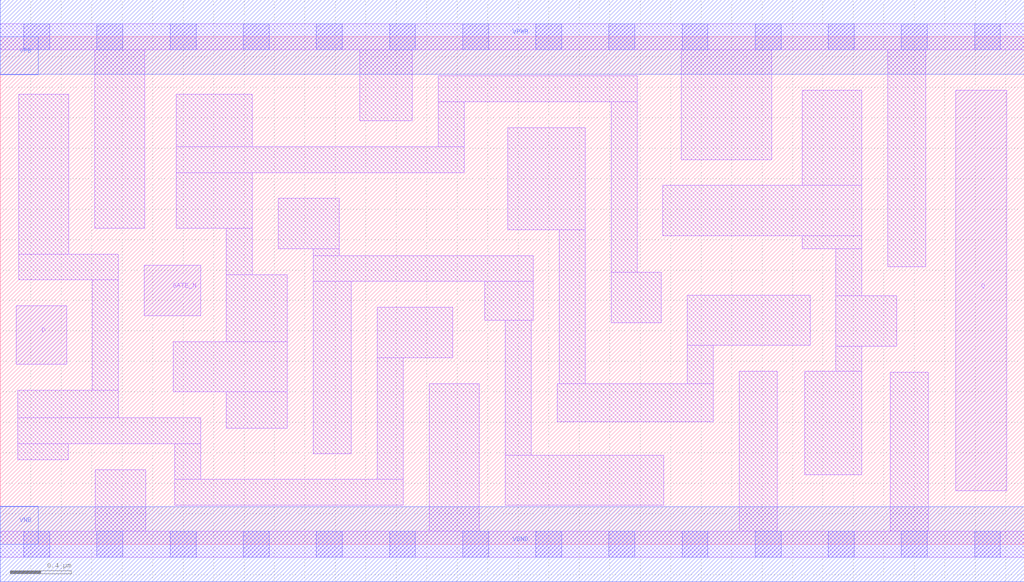
<source format=lef>
# Copyright 2020 The SkyWater PDK Authors
#
# Licensed under the Apache License, Version 2.0 (the "License");
# you may not use this file except in compliance with the License.
# You may obtain a copy of the License at
#
#     https://www.apache.org/licenses/LICENSE-2.0
#
# Unless required by applicable law or agreed to in writing, software
# distributed under the License is distributed on an "AS IS" BASIS,
# WITHOUT WARRANTIES OR CONDITIONS OF ANY KIND, either express or implied.
# See the License for the specific language governing permissions and
# limitations under the License.
#
# SPDX-License-Identifier: Apache-2.0

VERSION 5.5 ;
NAMESCASESENSITIVE ON ;
BUSBITCHARS "[]" ;
DIVIDERCHAR "/" ;
MACRO sky130_fd_sc_hs__dlxtn_1
  CLASS CORE ;
  SOURCE USER ;
  ORIGIN  0.000000  0.000000 ;
  SIZE  6.720000 BY  3.330000 ;
  SYMMETRY X Y ;
  SITE unit ;
  PIN D
    ANTENNAGATEAREA  0.208000 ;
    DIRECTION INPUT ;
    USE SIGNAL ;
    PORT
      LAYER li1 ;
        RECT 0.105000 1.180000 0.435000 1.565000 ;
    END
  END D
  PIN Q
    ANTENNADIFFAREA  0.545000 ;
    DIRECTION OUTPUT ;
    USE SIGNAL ;
    PORT
      LAYER li1 ;
        RECT 6.270000 0.350000 6.605000 2.980000 ;
    END
  END Q
  PIN GATE_N
    ANTENNAGATEAREA  0.237000 ;
    DIRECTION INPUT ;
    USE CLOCK ;
    PORT
      LAYER li1 ;
        RECT 0.945000 1.500000 1.315000 1.830000 ;
    END
  END GATE_N
  PIN VGND
    DIRECTION INOUT ;
    USE GROUND ;
    PORT
      LAYER met1 ;
        RECT 0.000000 -0.245000 6.720000 0.245000 ;
    END
  END VGND
  PIN VNB
    DIRECTION INOUT ;
    USE GROUND ;
    PORT
      LAYER met1 ;
        RECT 0.000000 0.000000 0.250000 0.250000 ;
    END
  END VNB
  PIN VPB
    DIRECTION INOUT ;
    USE POWER ;
    PORT
      LAYER met1 ;
        RECT 0.000000 3.080000 0.250000 3.330000 ;
    END
  END VPB
  PIN VPWR
    DIRECTION INOUT ;
    USE POWER ;
    PORT
      LAYER met1 ;
        RECT 0.000000 3.085000 6.720000 3.575000 ;
    END
  END VPWR
  OBS
    LAYER li1 ;
      RECT 0.000000 -0.085000 6.720000 0.085000 ;
      RECT 0.000000  3.245000 6.720000 3.415000 ;
      RECT 0.115000  0.555000 0.445000 0.660000 ;
      RECT 0.115000  0.660000 1.315000 0.830000 ;
      RECT 0.115000  0.830000 0.775000 1.010000 ;
      RECT 0.120000  1.735000 0.775000 1.905000 ;
      RECT 0.120000  1.905000 0.450000 2.955000 ;
      RECT 0.605000  1.010000 0.775000 1.735000 ;
      RECT 0.620000  2.075000 0.950000 3.245000 ;
      RECT 0.625000  0.085000 0.955000 0.490000 ;
      RECT 1.135000  1.000000 1.885000 1.330000 ;
      RECT 1.145000  0.255000 2.645000 0.425000 ;
      RECT 1.145000  0.425000 1.315000 0.660000 ;
      RECT 1.155000  2.075000 1.655000 2.440000 ;
      RECT 1.155000  2.440000 3.045000 2.610000 ;
      RECT 1.155000  2.610000 1.655000 2.955000 ;
      RECT 1.485000  0.760000 1.885000 1.000000 ;
      RECT 1.485000  1.330000 1.885000 1.770000 ;
      RECT 1.485000  1.770000 1.655000 2.075000 ;
      RECT 1.825000  1.940000 2.225000 2.270000 ;
      RECT 2.055000  0.595000 2.305000 1.725000 ;
      RECT 2.055000  1.725000 3.500000 1.895000 ;
      RECT 2.055000  1.895000 2.225000 1.940000 ;
      RECT 2.360000  2.780000 2.705000 3.245000 ;
      RECT 2.475000  0.425000 2.645000 1.225000 ;
      RECT 2.475000  1.225000 2.970000 1.555000 ;
      RECT 2.815000  0.085000 3.145000 1.055000 ;
      RECT 2.875000  2.610000 3.045000 2.905000 ;
      RECT 2.875000  2.905000 4.180000 3.075000 ;
      RECT 3.180000  1.470000 3.500000 1.725000 ;
      RECT 3.315000  0.255000 4.355000 0.585000 ;
      RECT 3.315000  0.585000 3.485000 1.470000 ;
      RECT 3.330000  2.065000 3.840000 2.735000 ;
      RECT 3.655000  0.805000 4.680000 1.055000 ;
      RECT 3.670000  1.055000 3.840000 2.065000 ;
      RECT 4.010000  1.455000 4.340000 1.785000 ;
      RECT 4.010000  1.785000 4.180000 2.905000 ;
      RECT 4.350000  2.025000 5.655000 2.355000 ;
      RECT 4.470000  2.525000 5.065000 3.245000 ;
      RECT 4.510000  1.055000 4.680000 1.305000 ;
      RECT 4.510000  1.305000 5.315000 1.635000 ;
      RECT 4.850000  0.085000 5.100000 1.135000 ;
      RECT 5.265000  1.940000 5.655000 2.025000 ;
      RECT 5.265000  2.355000 5.655000 2.980000 ;
      RECT 5.280000  0.455000 5.655000 1.135000 ;
      RECT 5.485000  1.135000 5.655000 1.300000 ;
      RECT 5.485000  1.300000 5.885000 1.630000 ;
      RECT 5.485000  1.630000 5.655000 1.940000 ;
      RECT 5.825000  1.820000 6.075000 3.245000 ;
      RECT 5.840000  0.085000 6.090000 1.130000 ;
    LAYER mcon ;
      RECT 0.155000 -0.085000 0.325000 0.085000 ;
      RECT 0.155000  3.245000 0.325000 3.415000 ;
      RECT 0.635000 -0.085000 0.805000 0.085000 ;
      RECT 0.635000  3.245000 0.805000 3.415000 ;
      RECT 1.115000 -0.085000 1.285000 0.085000 ;
      RECT 1.115000  3.245000 1.285000 3.415000 ;
      RECT 1.595000 -0.085000 1.765000 0.085000 ;
      RECT 1.595000  3.245000 1.765000 3.415000 ;
      RECT 2.075000 -0.085000 2.245000 0.085000 ;
      RECT 2.075000  3.245000 2.245000 3.415000 ;
      RECT 2.555000 -0.085000 2.725000 0.085000 ;
      RECT 2.555000  3.245000 2.725000 3.415000 ;
      RECT 3.035000 -0.085000 3.205000 0.085000 ;
      RECT 3.035000  3.245000 3.205000 3.415000 ;
      RECT 3.515000 -0.085000 3.685000 0.085000 ;
      RECT 3.515000  3.245000 3.685000 3.415000 ;
      RECT 3.995000 -0.085000 4.165000 0.085000 ;
      RECT 3.995000  3.245000 4.165000 3.415000 ;
      RECT 4.475000 -0.085000 4.645000 0.085000 ;
      RECT 4.475000  3.245000 4.645000 3.415000 ;
      RECT 4.955000 -0.085000 5.125000 0.085000 ;
      RECT 4.955000  3.245000 5.125000 3.415000 ;
      RECT 5.435000 -0.085000 5.605000 0.085000 ;
      RECT 5.435000  3.245000 5.605000 3.415000 ;
      RECT 5.915000 -0.085000 6.085000 0.085000 ;
      RECT 5.915000  3.245000 6.085000 3.415000 ;
      RECT 6.395000 -0.085000 6.565000 0.085000 ;
      RECT 6.395000  3.245000 6.565000 3.415000 ;
  END
END sky130_fd_sc_hs__dlxtn_1
END LIBRARY

</source>
